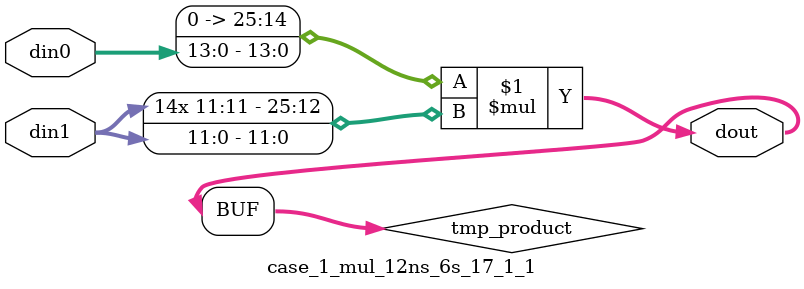
<source format=v>

`timescale 1 ns / 1 ps

 (* use_dsp = "no" *)  module case_1_mul_12ns_6s_17_1_1(din0, din1, dout);
parameter ID = 1;
parameter NUM_STAGE = 0;
parameter din0_WIDTH = 14;
parameter din1_WIDTH = 12;
parameter dout_WIDTH = 26;

input [din0_WIDTH - 1 : 0] din0; 
input [din1_WIDTH - 1 : 0] din1; 
output [dout_WIDTH - 1 : 0] dout;

wire signed [dout_WIDTH - 1 : 0] tmp_product;

























assign tmp_product = $signed({1'b0, din0}) * $signed(din1);










assign dout = tmp_product;





















endmodule

</source>
